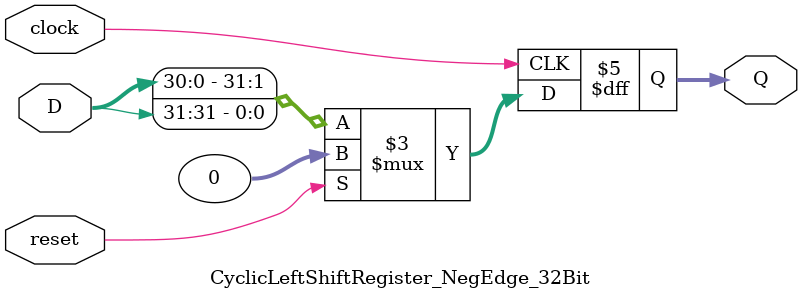
<source format=v>
module CyclicLeftShiftRegister_NegEdge_32Bit (clock, reset, D, Q);
    input clock;
    input reset;
    input [31:0] D;
    output reg [31:0] Q;

    always @(negedge clock)
    begin
        if (reset)
            Q <= 32'b00000000000000000000000000000000;
        else
            Q <= {D[30:0], D[31]};        
    end
endmodule

</source>
